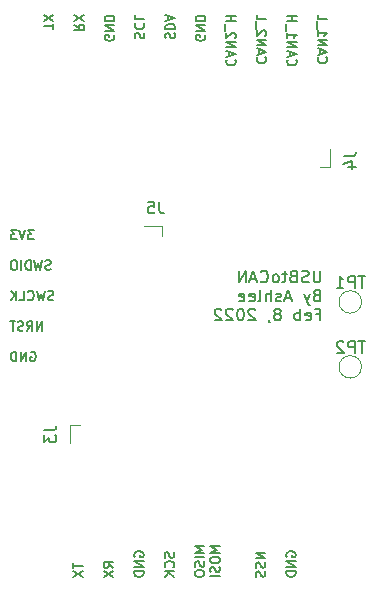
<source format=gbr>
%TF.GenerationSoftware,KiCad,Pcbnew,(6.0.1-0)*%
%TF.CreationDate,2022-02-09T14:27:11+08:00*%
%TF.ProjectId,usb_can,7573625f-6361-46e2-9e6b-696361645f70,rev?*%
%TF.SameCoordinates,Original*%
%TF.FileFunction,Legend,Bot*%
%TF.FilePolarity,Positive*%
%FSLAX46Y46*%
G04 Gerber Fmt 4.6, Leading zero omitted, Abs format (unit mm)*
G04 Created by KiCad (PCBNEW (6.0.1-0)) date 2022-02-09 14:27:11*
%MOMM*%
%LPD*%
G01*
G04 APERTURE LIST*
%ADD10C,0.150000*%
%ADD11C,0.120000*%
G04 APERTURE END LIST*
D10*
X90545904Y-127607261D02*
X90545904Y-128064404D01*
X91345904Y-127835833D02*
X90545904Y-127835833D01*
X90545904Y-128254880D02*
X91345904Y-128788214D01*
X90545904Y-128788214D02*
X91345904Y-128254880D01*
X93921904Y-127988214D02*
X93540952Y-127721547D01*
X93921904Y-127531071D02*
X93121904Y-127531071D01*
X93121904Y-127835833D01*
X93160000Y-127912023D01*
X93198095Y-127950119D01*
X93274285Y-127988214D01*
X93388571Y-127988214D01*
X93464761Y-127950119D01*
X93502857Y-127912023D01*
X93540952Y-127835833D01*
X93540952Y-127531071D01*
X93121904Y-128254880D02*
X93921904Y-128788214D01*
X93121904Y-128788214D02*
X93921904Y-128254880D01*
X95736000Y-127073928D02*
X95697904Y-126997738D01*
X95697904Y-126883452D01*
X95736000Y-126769166D01*
X95812190Y-126692976D01*
X95888380Y-126654880D01*
X96040761Y-126616785D01*
X96155047Y-126616785D01*
X96307428Y-126654880D01*
X96383619Y-126692976D01*
X96459809Y-126769166D01*
X96497904Y-126883452D01*
X96497904Y-126959642D01*
X96459809Y-127073928D01*
X96421714Y-127112023D01*
X96155047Y-127112023D01*
X96155047Y-126959642D01*
X96497904Y-127454880D02*
X95697904Y-127454880D01*
X96497904Y-127912023D01*
X95697904Y-127912023D01*
X96497904Y-128292976D02*
X95697904Y-128292976D01*
X95697904Y-128483452D01*
X95736000Y-128597738D01*
X95812190Y-128673928D01*
X95888380Y-128712023D01*
X96040761Y-128750119D01*
X96155047Y-128750119D01*
X96307428Y-128712023D01*
X96383619Y-128673928D01*
X96459809Y-128597738D01*
X96497904Y-128483452D01*
X96497904Y-128292976D01*
X99035809Y-126692976D02*
X99073904Y-126807261D01*
X99073904Y-126997738D01*
X99035809Y-127073928D01*
X98997714Y-127112023D01*
X98921523Y-127150119D01*
X98845333Y-127150119D01*
X98769142Y-127112023D01*
X98731047Y-127073928D01*
X98692952Y-126997738D01*
X98654857Y-126845357D01*
X98616761Y-126769166D01*
X98578666Y-126731071D01*
X98502476Y-126692976D01*
X98426285Y-126692976D01*
X98350095Y-126731071D01*
X98312000Y-126769166D01*
X98273904Y-126845357D01*
X98273904Y-127035833D01*
X98312000Y-127150119D01*
X98997714Y-127950119D02*
X99035809Y-127912023D01*
X99073904Y-127797738D01*
X99073904Y-127721547D01*
X99035809Y-127607261D01*
X98959619Y-127531071D01*
X98883428Y-127492976D01*
X98731047Y-127454880D01*
X98616761Y-127454880D01*
X98464380Y-127492976D01*
X98388190Y-127531071D01*
X98312000Y-127607261D01*
X98273904Y-127721547D01*
X98273904Y-127797738D01*
X98312000Y-127912023D01*
X98350095Y-127950119D01*
X99073904Y-128292976D02*
X98273904Y-128292976D01*
X99073904Y-128750119D02*
X98616761Y-128407261D01*
X98273904Y-128750119D02*
X98731047Y-128292976D01*
X101649904Y-126197738D02*
X100849904Y-126197738D01*
X101421333Y-126464404D01*
X100849904Y-126731071D01*
X101649904Y-126731071D01*
X101649904Y-127112023D02*
X100849904Y-127112023D01*
X101611809Y-127454880D02*
X101649904Y-127569166D01*
X101649904Y-127759642D01*
X101611809Y-127835833D01*
X101573714Y-127873928D01*
X101497523Y-127912023D01*
X101421333Y-127912023D01*
X101345142Y-127873928D01*
X101307047Y-127835833D01*
X101268952Y-127759642D01*
X101230857Y-127607261D01*
X101192761Y-127531071D01*
X101154666Y-127492976D01*
X101078476Y-127454880D01*
X101002285Y-127454880D01*
X100926095Y-127492976D01*
X100888000Y-127531071D01*
X100849904Y-127607261D01*
X100849904Y-127797738D01*
X100888000Y-127912023D01*
X100849904Y-128407261D02*
X100849904Y-128559642D01*
X100888000Y-128635833D01*
X100964190Y-128712023D01*
X101116571Y-128750119D01*
X101383238Y-128750119D01*
X101535619Y-128712023D01*
X101611809Y-128635833D01*
X101649904Y-128559642D01*
X101649904Y-128407261D01*
X101611809Y-128331071D01*
X101535619Y-128254880D01*
X101383238Y-128216785D01*
X101116571Y-128216785D01*
X100964190Y-128254880D01*
X100888000Y-128331071D01*
X100849904Y-128407261D01*
X102937904Y-126197738D02*
X102137904Y-126197738D01*
X102709333Y-126464404D01*
X102137904Y-126731071D01*
X102937904Y-126731071D01*
X102137904Y-127264404D02*
X102137904Y-127416785D01*
X102176000Y-127492976D01*
X102252190Y-127569166D01*
X102404571Y-127607261D01*
X102671238Y-127607261D01*
X102823619Y-127569166D01*
X102899809Y-127492976D01*
X102937904Y-127416785D01*
X102937904Y-127264404D01*
X102899809Y-127188214D01*
X102823619Y-127112023D01*
X102671238Y-127073928D01*
X102404571Y-127073928D01*
X102252190Y-127112023D01*
X102176000Y-127188214D01*
X102137904Y-127264404D01*
X102899809Y-127912023D02*
X102937904Y-128026309D01*
X102937904Y-128216785D01*
X102899809Y-128292976D01*
X102861714Y-128331071D01*
X102785523Y-128369166D01*
X102709333Y-128369166D01*
X102633142Y-128331071D01*
X102595047Y-128292976D01*
X102556952Y-128216785D01*
X102518857Y-128064404D01*
X102480761Y-127988214D01*
X102442666Y-127950119D01*
X102366476Y-127912023D01*
X102290285Y-127912023D01*
X102214095Y-127950119D01*
X102176000Y-127988214D01*
X102137904Y-128064404D01*
X102137904Y-128254880D01*
X102176000Y-128369166D01*
X102937904Y-128712023D02*
X102137904Y-128712023D01*
X106801904Y-126731071D02*
X106001904Y-126731071D01*
X106801904Y-127188214D01*
X106001904Y-127188214D01*
X106763809Y-127531071D02*
X106801904Y-127645357D01*
X106801904Y-127835833D01*
X106763809Y-127912023D01*
X106725714Y-127950119D01*
X106649523Y-127988214D01*
X106573333Y-127988214D01*
X106497142Y-127950119D01*
X106459047Y-127912023D01*
X106420952Y-127835833D01*
X106382857Y-127683452D01*
X106344761Y-127607261D01*
X106306666Y-127569166D01*
X106230476Y-127531071D01*
X106154285Y-127531071D01*
X106078095Y-127569166D01*
X106040000Y-127607261D01*
X106001904Y-127683452D01*
X106001904Y-127873928D01*
X106040000Y-127988214D01*
X106763809Y-128292976D02*
X106801904Y-128407261D01*
X106801904Y-128597738D01*
X106763809Y-128673928D01*
X106725714Y-128712023D01*
X106649523Y-128750119D01*
X106573333Y-128750119D01*
X106497142Y-128712023D01*
X106459047Y-128673928D01*
X106420952Y-128597738D01*
X106382857Y-128445357D01*
X106344761Y-128369166D01*
X106306666Y-128331071D01*
X106230476Y-128292976D01*
X106154285Y-128292976D01*
X106078095Y-128331071D01*
X106040000Y-128369166D01*
X106001904Y-128445357D01*
X106001904Y-128635833D01*
X106040000Y-128750119D01*
X108616000Y-127073928D02*
X108577904Y-126997738D01*
X108577904Y-126883452D01*
X108616000Y-126769166D01*
X108692190Y-126692976D01*
X108768380Y-126654880D01*
X108920761Y-126616785D01*
X109035047Y-126616785D01*
X109187428Y-126654880D01*
X109263619Y-126692976D01*
X109339809Y-126769166D01*
X109377904Y-126883452D01*
X109377904Y-126959642D01*
X109339809Y-127073928D01*
X109301714Y-127112023D01*
X109035047Y-127112023D01*
X109035047Y-126959642D01*
X109377904Y-127454880D02*
X108577904Y-127454880D01*
X109377904Y-127912023D01*
X108577904Y-127912023D01*
X109377904Y-128292976D02*
X108577904Y-128292976D01*
X108577904Y-128483452D01*
X108616000Y-128597738D01*
X108692190Y-128673928D01*
X108768380Y-128712023D01*
X108920761Y-128750119D01*
X109035047Y-128750119D01*
X109187428Y-128712023D01*
X109263619Y-128673928D01*
X109339809Y-128597738D01*
X109377904Y-128483452D01*
X109377904Y-128292976D01*
X111306285Y-84792738D02*
X111268190Y-84830833D01*
X111230095Y-84945119D01*
X111230095Y-85021309D01*
X111268190Y-85135595D01*
X111344380Y-85211785D01*
X111420571Y-85249880D01*
X111572952Y-85287976D01*
X111687238Y-85287976D01*
X111839619Y-85249880D01*
X111915809Y-85211785D01*
X111992000Y-85135595D01*
X112030095Y-85021309D01*
X112030095Y-84945119D01*
X111992000Y-84830833D01*
X111953904Y-84792738D01*
X111458666Y-84487976D02*
X111458666Y-84107023D01*
X111230095Y-84564166D02*
X112030095Y-84297500D01*
X111230095Y-84030833D01*
X111230095Y-83764166D02*
X112030095Y-83764166D01*
X111230095Y-83307023D01*
X112030095Y-83307023D01*
X111230095Y-82507023D02*
X111230095Y-82964166D01*
X111230095Y-82735595D02*
X112030095Y-82735595D01*
X111915809Y-82811785D01*
X111839619Y-82887976D01*
X111801523Y-82964166D01*
X111153904Y-82354642D02*
X111153904Y-81745119D01*
X111230095Y-81173690D02*
X111230095Y-81554642D01*
X112030095Y-81554642D01*
X108730285Y-84983214D02*
X108692190Y-85021309D01*
X108654095Y-85135595D01*
X108654095Y-85211785D01*
X108692190Y-85326071D01*
X108768380Y-85402261D01*
X108844571Y-85440357D01*
X108996952Y-85478452D01*
X109111238Y-85478452D01*
X109263619Y-85440357D01*
X109339809Y-85402261D01*
X109416000Y-85326071D01*
X109454095Y-85211785D01*
X109454095Y-85135595D01*
X109416000Y-85021309D01*
X109377904Y-84983214D01*
X108882666Y-84678452D02*
X108882666Y-84297500D01*
X108654095Y-84754642D02*
X109454095Y-84487976D01*
X108654095Y-84221309D01*
X108654095Y-83954642D02*
X109454095Y-83954642D01*
X108654095Y-83497500D01*
X109454095Y-83497500D01*
X108654095Y-82697500D02*
X108654095Y-83154642D01*
X108654095Y-82926071D02*
X109454095Y-82926071D01*
X109339809Y-83002261D01*
X109263619Y-83078452D01*
X109225523Y-83154642D01*
X108577904Y-82545119D02*
X108577904Y-81935595D01*
X108654095Y-81745119D02*
X109454095Y-81745119D01*
X109073142Y-81745119D02*
X109073142Y-81287976D01*
X108654095Y-81287976D02*
X109454095Y-81287976D01*
X106154285Y-84792738D02*
X106116190Y-84830833D01*
X106078095Y-84945119D01*
X106078095Y-85021309D01*
X106116190Y-85135595D01*
X106192380Y-85211785D01*
X106268571Y-85249880D01*
X106420952Y-85287976D01*
X106535238Y-85287976D01*
X106687619Y-85249880D01*
X106763809Y-85211785D01*
X106840000Y-85135595D01*
X106878095Y-85021309D01*
X106878095Y-84945119D01*
X106840000Y-84830833D01*
X106801904Y-84792738D01*
X106306666Y-84487976D02*
X106306666Y-84107023D01*
X106078095Y-84564166D02*
X106878095Y-84297500D01*
X106078095Y-84030833D01*
X106078095Y-83764166D02*
X106878095Y-83764166D01*
X106078095Y-83307023D01*
X106878095Y-83307023D01*
X106801904Y-82964166D02*
X106840000Y-82926071D01*
X106878095Y-82849880D01*
X106878095Y-82659404D01*
X106840000Y-82583214D01*
X106801904Y-82545119D01*
X106725714Y-82507023D01*
X106649523Y-82507023D01*
X106535238Y-82545119D01*
X106078095Y-83002261D01*
X106078095Y-82507023D01*
X106001904Y-82354642D02*
X106001904Y-81745119D01*
X106078095Y-81173690D02*
X106078095Y-81554642D01*
X106878095Y-81554642D01*
X103578285Y-84983214D02*
X103540190Y-85021309D01*
X103502095Y-85135595D01*
X103502095Y-85211785D01*
X103540190Y-85326071D01*
X103616380Y-85402261D01*
X103692571Y-85440357D01*
X103844952Y-85478452D01*
X103959238Y-85478452D01*
X104111619Y-85440357D01*
X104187809Y-85402261D01*
X104264000Y-85326071D01*
X104302095Y-85211785D01*
X104302095Y-85135595D01*
X104264000Y-85021309D01*
X104225904Y-84983214D01*
X103730666Y-84678452D02*
X103730666Y-84297500D01*
X103502095Y-84754642D02*
X104302095Y-84487976D01*
X103502095Y-84221309D01*
X103502095Y-83954642D02*
X104302095Y-83954642D01*
X103502095Y-83497500D01*
X104302095Y-83497500D01*
X104225904Y-83154642D02*
X104264000Y-83116547D01*
X104302095Y-83040357D01*
X104302095Y-82849880D01*
X104264000Y-82773690D01*
X104225904Y-82735595D01*
X104149714Y-82697500D01*
X104073523Y-82697500D01*
X103959238Y-82735595D01*
X103502095Y-83192738D01*
X103502095Y-82697500D01*
X103425904Y-82545119D02*
X103425904Y-81935595D01*
X103502095Y-81745119D02*
X104302095Y-81745119D01*
X103921142Y-81745119D02*
X103921142Y-81287976D01*
X103502095Y-81287976D02*
X104302095Y-81287976D01*
X101688000Y-82926071D02*
X101726095Y-83002261D01*
X101726095Y-83116547D01*
X101688000Y-83230833D01*
X101611809Y-83307023D01*
X101535619Y-83345119D01*
X101383238Y-83383214D01*
X101268952Y-83383214D01*
X101116571Y-83345119D01*
X101040380Y-83307023D01*
X100964190Y-83230833D01*
X100926095Y-83116547D01*
X100926095Y-83040357D01*
X100964190Y-82926071D01*
X101002285Y-82887976D01*
X101268952Y-82887976D01*
X101268952Y-83040357D01*
X100926095Y-82545119D02*
X101726095Y-82545119D01*
X100926095Y-82087976D01*
X101726095Y-82087976D01*
X100926095Y-81707023D02*
X101726095Y-81707023D01*
X101726095Y-81516547D01*
X101688000Y-81402261D01*
X101611809Y-81326071D01*
X101535619Y-81287976D01*
X101383238Y-81249880D01*
X101268952Y-81249880D01*
X101116571Y-81287976D01*
X101040380Y-81326071D01*
X100964190Y-81402261D01*
X100926095Y-81516547D01*
X100926095Y-81707023D01*
X98388190Y-83192738D02*
X98350095Y-83078452D01*
X98350095Y-82887976D01*
X98388190Y-82811785D01*
X98426285Y-82773690D01*
X98502476Y-82735595D01*
X98578666Y-82735595D01*
X98654857Y-82773690D01*
X98692952Y-82811785D01*
X98731047Y-82887976D01*
X98769142Y-83040357D01*
X98807238Y-83116547D01*
X98845333Y-83154642D01*
X98921523Y-83192738D01*
X98997714Y-83192738D01*
X99073904Y-83154642D01*
X99112000Y-83116547D01*
X99150095Y-83040357D01*
X99150095Y-82849880D01*
X99112000Y-82735595D01*
X98350095Y-82392738D02*
X99150095Y-82392738D01*
X99150095Y-82202261D01*
X99112000Y-82087976D01*
X99035809Y-82011785D01*
X98959619Y-81973690D01*
X98807238Y-81935595D01*
X98692952Y-81935595D01*
X98540571Y-81973690D01*
X98464380Y-82011785D01*
X98388190Y-82087976D01*
X98350095Y-82202261D01*
X98350095Y-82392738D01*
X98578666Y-81630833D02*
X98578666Y-81249880D01*
X98350095Y-81707023D02*
X99150095Y-81440357D01*
X98350095Y-81173690D01*
X95812190Y-83154642D02*
X95774095Y-83040357D01*
X95774095Y-82849880D01*
X95812190Y-82773690D01*
X95850285Y-82735595D01*
X95926476Y-82697500D01*
X96002666Y-82697500D01*
X96078857Y-82735595D01*
X96116952Y-82773690D01*
X96155047Y-82849880D01*
X96193142Y-83002261D01*
X96231238Y-83078452D01*
X96269333Y-83116547D01*
X96345523Y-83154642D01*
X96421714Y-83154642D01*
X96497904Y-83116547D01*
X96536000Y-83078452D01*
X96574095Y-83002261D01*
X96574095Y-82811785D01*
X96536000Y-82697500D01*
X95850285Y-81897500D02*
X95812190Y-81935595D01*
X95774095Y-82049880D01*
X95774095Y-82126071D01*
X95812190Y-82240357D01*
X95888380Y-82316547D01*
X95964571Y-82354642D01*
X96116952Y-82392738D01*
X96231238Y-82392738D01*
X96383619Y-82354642D01*
X96459809Y-82316547D01*
X96536000Y-82240357D01*
X96574095Y-82126071D01*
X96574095Y-82049880D01*
X96536000Y-81935595D01*
X96497904Y-81897500D01*
X95774095Y-81173690D02*
X95774095Y-81554642D01*
X96574095Y-81554642D01*
X93960000Y-82926071D02*
X93998095Y-83002261D01*
X93998095Y-83116547D01*
X93960000Y-83230833D01*
X93883809Y-83307023D01*
X93807619Y-83345119D01*
X93655238Y-83383214D01*
X93540952Y-83383214D01*
X93388571Y-83345119D01*
X93312380Y-83307023D01*
X93236190Y-83230833D01*
X93198095Y-83116547D01*
X93198095Y-83040357D01*
X93236190Y-82926071D01*
X93274285Y-82887976D01*
X93540952Y-82887976D01*
X93540952Y-83040357D01*
X93198095Y-82545119D02*
X93998095Y-82545119D01*
X93198095Y-82087976D01*
X93998095Y-82087976D01*
X93198095Y-81707023D02*
X93998095Y-81707023D01*
X93998095Y-81516547D01*
X93960000Y-81402261D01*
X93883809Y-81326071D01*
X93807619Y-81287976D01*
X93655238Y-81249880D01*
X93540952Y-81249880D01*
X93388571Y-81287976D01*
X93312380Y-81326071D01*
X93236190Y-81402261D01*
X93198095Y-81516547D01*
X93198095Y-81707023D01*
X90622095Y-82011785D02*
X91003047Y-82278452D01*
X90622095Y-82468928D02*
X91422095Y-82468928D01*
X91422095Y-82164166D01*
X91384000Y-82087976D01*
X91345904Y-82049880D01*
X91269714Y-82011785D01*
X91155428Y-82011785D01*
X91079238Y-82049880D01*
X91041142Y-82087976D01*
X91003047Y-82164166D01*
X91003047Y-82468928D01*
X91422095Y-81745119D02*
X90622095Y-81211785D01*
X91422095Y-81211785D02*
X90622095Y-81745119D01*
X88846095Y-82392738D02*
X88846095Y-81935595D01*
X88046095Y-82164166D02*
X88846095Y-82164166D01*
X88846095Y-81745119D02*
X88046095Y-81211785D01*
X88846095Y-81211785D02*
X88046095Y-81745119D01*
X111464404Y-102842380D02*
X111464404Y-103651904D01*
X111416785Y-103747142D01*
X111369166Y-103794761D01*
X111273928Y-103842380D01*
X111083452Y-103842380D01*
X110988214Y-103794761D01*
X110940595Y-103747142D01*
X110892976Y-103651904D01*
X110892976Y-102842380D01*
X110464404Y-103794761D02*
X110321547Y-103842380D01*
X110083452Y-103842380D01*
X109988214Y-103794761D01*
X109940595Y-103747142D01*
X109892976Y-103651904D01*
X109892976Y-103556666D01*
X109940595Y-103461428D01*
X109988214Y-103413809D01*
X110083452Y-103366190D01*
X110273928Y-103318571D01*
X110369166Y-103270952D01*
X110416785Y-103223333D01*
X110464404Y-103128095D01*
X110464404Y-103032857D01*
X110416785Y-102937619D01*
X110369166Y-102890000D01*
X110273928Y-102842380D01*
X110035833Y-102842380D01*
X109892976Y-102890000D01*
X109131071Y-103318571D02*
X108988214Y-103366190D01*
X108940595Y-103413809D01*
X108892976Y-103509047D01*
X108892976Y-103651904D01*
X108940595Y-103747142D01*
X108988214Y-103794761D01*
X109083452Y-103842380D01*
X109464404Y-103842380D01*
X109464404Y-102842380D01*
X109131071Y-102842380D01*
X109035833Y-102890000D01*
X108988214Y-102937619D01*
X108940595Y-103032857D01*
X108940595Y-103128095D01*
X108988214Y-103223333D01*
X109035833Y-103270952D01*
X109131071Y-103318571D01*
X109464404Y-103318571D01*
X108607261Y-103175714D02*
X108226309Y-103175714D01*
X108464404Y-102842380D02*
X108464404Y-103699523D01*
X108416785Y-103794761D01*
X108321547Y-103842380D01*
X108226309Y-103842380D01*
X107750119Y-103842380D02*
X107845357Y-103794761D01*
X107892976Y-103747142D01*
X107940595Y-103651904D01*
X107940595Y-103366190D01*
X107892976Y-103270952D01*
X107845357Y-103223333D01*
X107750119Y-103175714D01*
X107607261Y-103175714D01*
X107512023Y-103223333D01*
X107464404Y-103270952D01*
X107416785Y-103366190D01*
X107416785Y-103651904D01*
X107464404Y-103747142D01*
X107512023Y-103794761D01*
X107607261Y-103842380D01*
X107750119Y-103842380D01*
X106416785Y-103747142D02*
X106464404Y-103794761D01*
X106607261Y-103842380D01*
X106702500Y-103842380D01*
X106845357Y-103794761D01*
X106940595Y-103699523D01*
X106988214Y-103604285D01*
X107035833Y-103413809D01*
X107035833Y-103270952D01*
X106988214Y-103080476D01*
X106940595Y-102985238D01*
X106845357Y-102890000D01*
X106702500Y-102842380D01*
X106607261Y-102842380D01*
X106464404Y-102890000D01*
X106416785Y-102937619D01*
X106035833Y-103556666D02*
X105559642Y-103556666D01*
X106131071Y-103842380D02*
X105797738Y-102842380D01*
X105464404Y-103842380D01*
X105131071Y-103842380D02*
X105131071Y-102842380D01*
X104559642Y-103842380D01*
X104559642Y-102842380D01*
X111131071Y-104928571D02*
X110988214Y-104976190D01*
X110940595Y-105023809D01*
X110892976Y-105119047D01*
X110892976Y-105261904D01*
X110940595Y-105357142D01*
X110988214Y-105404761D01*
X111083452Y-105452380D01*
X111464404Y-105452380D01*
X111464404Y-104452380D01*
X111131071Y-104452380D01*
X111035833Y-104500000D01*
X110988214Y-104547619D01*
X110940595Y-104642857D01*
X110940595Y-104738095D01*
X110988214Y-104833333D01*
X111035833Y-104880952D01*
X111131071Y-104928571D01*
X111464404Y-104928571D01*
X110559642Y-104785714D02*
X110321547Y-105452380D01*
X110083452Y-104785714D02*
X110321547Y-105452380D01*
X110416785Y-105690476D01*
X110464404Y-105738095D01*
X110559642Y-105785714D01*
X108988214Y-105166666D02*
X108512023Y-105166666D01*
X109083452Y-105452380D02*
X108750119Y-104452380D01*
X108416785Y-105452380D01*
X108131071Y-105404761D02*
X108035833Y-105452380D01*
X107845357Y-105452380D01*
X107750119Y-105404761D01*
X107702500Y-105309523D01*
X107702500Y-105261904D01*
X107750119Y-105166666D01*
X107845357Y-105119047D01*
X107988214Y-105119047D01*
X108083452Y-105071428D01*
X108131071Y-104976190D01*
X108131071Y-104928571D01*
X108083452Y-104833333D01*
X107988214Y-104785714D01*
X107845357Y-104785714D01*
X107750119Y-104833333D01*
X107273928Y-105452380D02*
X107273928Y-104452380D01*
X106845357Y-105452380D02*
X106845357Y-104928571D01*
X106892976Y-104833333D01*
X106988214Y-104785714D01*
X107131071Y-104785714D01*
X107226309Y-104833333D01*
X107273928Y-104880952D01*
X106226309Y-105452380D02*
X106321547Y-105404761D01*
X106369166Y-105309523D01*
X106369166Y-104452380D01*
X105464404Y-105404761D02*
X105559642Y-105452380D01*
X105750119Y-105452380D01*
X105845357Y-105404761D01*
X105892976Y-105309523D01*
X105892976Y-104928571D01*
X105845357Y-104833333D01*
X105750119Y-104785714D01*
X105559642Y-104785714D01*
X105464404Y-104833333D01*
X105416785Y-104928571D01*
X105416785Y-105023809D01*
X105892976Y-105119047D01*
X104607261Y-105404761D02*
X104702500Y-105452380D01*
X104892976Y-105452380D01*
X104988214Y-105404761D01*
X105035833Y-105309523D01*
X105035833Y-104928571D01*
X104988214Y-104833333D01*
X104892976Y-104785714D01*
X104702500Y-104785714D01*
X104607261Y-104833333D01*
X104559642Y-104928571D01*
X104559642Y-105023809D01*
X105035833Y-105119047D01*
X111131071Y-106538571D02*
X111464404Y-106538571D01*
X111464404Y-107062380D02*
X111464404Y-106062380D01*
X110988214Y-106062380D01*
X110226309Y-107014761D02*
X110321547Y-107062380D01*
X110512023Y-107062380D01*
X110607261Y-107014761D01*
X110654880Y-106919523D01*
X110654880Y-106538571D01*
X110607261Y-106443333D01*
X110512023Y-106395714D01*
X110321547Y-106395714D01*
X110226309Y-106443333D01*
X110178690Y-106538571D01*
X110178690Y-106633809D01*
X110654880Y-106729047D01*
X109750119Y-107062380D02*
X109750119Y-106062380D01*
X109750119Y-106443333D02*
X109654880Y-106395714D01*
X109464404Y-106395714D01*
X109369166Y-106443333D01*
X109321547Y-106490952D01*
X109273928Y-106586190D01*
X109273928Y-106871904D01*
X109321547Y-106967142D01*
X109369166Y-107014761D01*
X109464404Y-107062380D01*
X109654880Y-107062380D01*
X109750119Y-107014761D01*
X107940595Y-106490952D02*
X108035833Y-106443333D01*
X108083452Y-106395714D01*
X108131071Y-106300476D01*
X108131071Y-106252857D01*
X108083452Y-106157619D01*
X108035833Y-106110000D01*
X107940595Y-106062380D01*
X107750119Y-106062380D01*
X107654880Y-106110000D01*
X107607261Y-106157619D01*
X107559642Y-106252857D01*
X107559642Y-106300476D01*
X107607261Y-106395714D01*
X107654880Y-106443333D01*
X107750119Y-106490952D01*
X107940595Y-106490952D01*
X108035833Y-106538571D01*
X108083452Y-106586190D01*
X108131071Y-106681428D01*
X108131071Y-106871904D01*
X108083452Y-106967142D01*
X108035833Y-107014761D01*
X107940595Y-107062380D01*
X107750119Y-107062380D01*
X107654880Y-107014761D01*
X107607261Y-106967142D01*
X107559642Y-106871904D01*
X107559642Y-106681428D01*
X107607261Y-106586190D01*
X107654880Y-106538571D01*
X107750119Y-106490952D01*
X107083452Y-107014761D02*
X107083452Y-107062380D01*
X107131071Y-107157619D01*
X107178690Y-107205238D01*
X105940595Y-106157619D02*
X105892976Y-106110000D01*
X105797738Y-106062380D01*
X105559642Y-106062380D01*
X105464404Y-106110000D01*
X105416785Y-106157619D01*
X105369166Y-106252857D01*
X105369166Y-106348095D01*
X105416785Y-106490952D01*
X105988214Y-107062380D01*
X105369166Y-107062380D01*
X104750119Y-106062380D02*
X104654880Y-106062380D01*
X104559642Y-106110000D01*
X104512023Y-106157619D01*
X104464404Y-106252857D01*
X104416785Y-106443333D01*
X104416785Y-106681428D01*
X104464404Y-106871904D01*
X104512023Y-106967142D01*
X104559642Y-107014761D01*
X104654880Y-107062380D01*
X104750119Y-107062380D01*
X104845357Y-107014761D01*
X104892976Y-106967142D01*
X104940595Y-106871904D01*
X104988214Y-106681428D01*
X104988214Y-106443333D01*
X104940595Y-106252857D01*
X104892976Y-106157619D01*
X104845357Y-106110000D01*
X104750119Y-106062380D01*
X104035833Y-106157619D02*
X103988214Y-106110000D01*
X103892976Y-106062380D01*
X103654880Y-106062380D01*
X103559642Y-106110000D01*
X103512023Y-106157619D01*
X103464404Y-106252857D01*
X103464404Y-106348095D01*
X103512023Y-106490952D01*
X104083452Y-107062380D01*
X103464404Y-107062380D01*
X103083452Y-106157619D02*
X103035833Y-106110000D01*
X102940595Y-106062380D01*
X102702500Y-106062380D01*
X102607261Y-106110000D01*
X102559642Y-106157619D01*
X102512023Y-106252857D01*
X102512023Y-106348095D01*
X102559642Y-106490952D01*
X103131071Y-107062380D01*
X102512023Y-107062380D01*
X87192738Y-99409904D02*
X86697500Y-99409904D01*
X86964166Y-99714666D01*
X86849880Y-99714666D01*
X86773690Y-99752761D01*
X86735595Y-99790857D01*
X86697500Y-99867047D01*
X86697500Y-100057523D01*
X86735595Y-100133714D01*
X86773690Y-100171809D01*
X86849880Y-100209904D01*
X87078452Y-100209904D01*
X87154642Y-100171809D01*
X87192738Y-100133714D01*
X86468928Y-99409904D02*
X86202261Y-100209904D01*
X85935595Y-99409904D01*
X85745119Y-99409904D02*
X85249880Y-99409904D01*
X85516547Y-99714666D01*
X85402261Y-99714666D01*
X85326071Y-99752761D01*
X85287976Y-99790857D01*
X85249880Y-99867047D01*
X85249880Y-100057523D01*
X85287976Y-100133714D01*
X85326071Y-100171809D01*
X85402261Y-100209904D01*
X85630833Y-100209904D01*
X85707023Y-100171809D01*
X85745119Y-100133714D01*
X88640357Y-102747809D02*
X88526071Y-102785904D01*
X88335595Y-102785904D01*
X88259404Y-102747809D01*
X88221309Y-102709714D01*
X88183214Y-102633523D01*
X88183214Y-102557333D01*
X88221309Y-102481142D01*
X88259404Y-102443047D01*
X88335595Y-102404952D01*
X88487976Y-102366857D01*
X88564166Y-102328761D01*
X88602261Y-102290666D01*
X88640357Y-102214476D01*
X88640357Y-102138285D01*
X88602261Y-102062095D01*
X88564166Y-102024000D01*
X88487976Y-101985904D01*
X88297500Y-101985904D01*
X88183214Y-102024000D01*
X87916547Y-101985904D02*
X87726071Y-102785904D01*
X87573690Y-102214476D01*
X87421309Y-102785904D01*
X87230833Y-101985904D01*
X86926071Y-102785904D02*
X86926071Y-101985904D01*
X86735595Y-101985904D01*
X86621309Y-102024000D01*
X86545119Y-102100190D01*
X86507023Y-102176380D01*
X86468928Y-102328761D01*
X86468928Y-102443047D01*
X86507023Y-102595428D01*
X86545119Y-102671619D01*
X86621309Y-102747809D01*
X86735595Y-102785904D01*
X86926071Y-102785904D01*
X86126071Y-102785904D02*
X86126071Y-101985904D01*
X85592738Y-101985904D02*
X85440357Y-101985904D01*
X85364166Y-102024000D01*
X85287976Y-102100190D01*
X85249880Y-102252571D01*
X85249880Y-102519238D01*
X85287976Y-102671619D01*
X85364166Y-102747809D01*
X85440357Y-102785904D01*
X85592738Y-102785904D01*
X85668928Y-102747809D01*
X85745119Y-102671619D01*
X85783214Y-102519238D01*
X85783214Y-102252571D01*
X85745119Y-102100190D01*
X85668928Y-102024000D01*
X85592738Y-101985904D01*
X88868928Y-105323809D02*
X88754642Y-105361904D01*
X88564166Y-105361904D01*
X88487976Y-105323809D01*
X88449880Y-105285714D01*
X88411785Y-105209523D01*
X88411785Y-105133333D01*
X88449880Y-105057142D01*
X88487976Y-105019047D01*
X88564166Y-104980952D01*
X88716547Y-104942857D01*
X88792738Y-104904761D01*
X88830833Y-104866666D01*
X88868928Y-104790476D01*
X88868928Y-104714285D01*
X88830833Y-104638095D01*
X88792738Y-104600000D01*
X88716547Y-104561904D01*
X88526071Y-104561904D01*
X88411785Y-104600000D01*
X88145119Y-104561904D02*
X87954642Y-105361904D01*
X87802261Y-104790476D01*
X87649880Y-105361904D01*
X87459404Y-104561904D01*
X86697500Y-105285714D02*
X86735595Y-105323809D01*
X86849880Y-105361904D01*
X86926071Y-105361904D01*
X87040357Y-105323809D01*
X87116547Y-105247619D01*
X87154642Y-105171428D01*
X87192738Y-105019047D01*
X87192738Y-104904761D01*
X87154642Y-104752380D01*
X87116547Y-104676190D01*
X87040357Y-104600000D01*
X86926071Y-104561904D01*
X86849880Y-104561904D01*
X86735595Y-104600000D01*
X86697500Y-104638095D01*
X85973690Y-105361904D02*
X86354642Y-105361904D01*
X86354642Y-104561904D01*
X85707023Y-105361904D02*
X85707023Y-104561904D01*
X85249880Y-105361904D02*
X85592738Y-104904761D01*
X85249880Y-104561904D02*
X85707023Y-105019047D01*
X87916547Y-107937904D02*
X87916547Y-107137904D01*
X87459404Y-107937904D01*
X87459404Y-107137904D01*
X86621309Y-107937904D02*
X86887976Y-107556952D01*
X87078452Y-107937904D02*
X87078452Y-107137904D01*
X86773690Y-107137904D01*
X86697500Y-107176000D01*
X86659404Y-107214095D01*
X86621309Y-107290285D01*
X86621309Y-107404571D01*
X86659404Y-107480761D01*
X86697500Y-107518857D01*
X86773690Y-107556952D01*
X87078452Y-107556952D01*
X86316547Y-107899809D02*
X86202261Y-107937904D01*
X86011785Y-107937904D01*
X85935595Y-107899809D01*
X85897500Y-107861714D01*
X85859404Y-107785523D01*
X85859404Y-107709333D01*
X85897500Y-107633142D01*
X85935595Y-107595047D01*
X86011785Y-107556952D01*
X86164166Y-107518857D01*
X86240357Y-107480761D01*
X86278452Y-107442666D01*
X86316547Y-107366476D01*
X86316547Y-107290285D01*
X86278452Y-107214095D01*
X86240357Y-107176000D01*
X86164166Y-107137904D01*
X85973690Y-107137904D01*
X85859404Y-107176000D01*
X85630833Y-107137904D02*
X85173690Y-107137904D01*
X85402261Y-107937904D02*
X85402261Y-107137904D01*
X86926071Y-109752000D02*
X87002261Y-109713904D01*
X87116547Y-109713904D01*
X87230833Y-109752000D01*
X87307023Y-109828190D01*
X87345119Y-109904380D01*
X87383214Y-110056761D01*
X87383214Y-110171047D01*
X87345119Y-110323428D01*
X87307023Y-110399619D01*
X87230833Y-110475809D01*
X87116547Y-110513904D01*
X87040357Y-110513904D01*
X86926071Y-110475809D01*
X86887976Y-110437714D01*
X86887976Y-110171047D01*
X87040357Y-110171047D01*
X86545119Y-110513904D02*
X86545119Y-109713904D01*
X86087976Y-110513904D01*
X86087976Y-109713904D01*
X85707023Y-110513904D02*
X85707023Y-109713904D01*
X85516547Y-109713904D01*
X85402261Y-109752000D01*
X85326071Y-109828190D01*
X85287976Y-109904380D01*
X85249880Y-110056761D01*
X85249880Y-110171047D01*
X85287976Y-110323428D01*
X85326071Y-110399619D01*
X85402261Y-110475809D01*
X85516547Y-110513904D01*
X85707023Y-110513904D01*
%TO.C,J4*%
X113452380Y-93166666D02*
X114166666Y-93166666D01*
X114309523Y-93119047D01*
X114404761Y-93023809D01*
X114452380Y-92880952D01*
X114452380Y-92785714D01*
X113785714Y-94071428D02*
X114452380Y-94071428D01*
X113404761Y-93833333D02*
X114119047Y-93595238D01*
X114119047Y-94214285D01*
%TO.C,TP1*%
X115261904Y-103302380D02*
X114690476Y-103302380D01*
X114976190Y-104302380D02*
X114976190Y-103302380D01*
X114357142Y-104302380D02*
X114357142Y-103302380D01*
X113976190Y-103302380D01*
X113880952Y-103350000D01*
X113833333Y-103397619D01*
X113785714Y-103492857D01*
X113785714Y-103635714D01*
X113833333Y-103730952D01*
X113880952Y-103778571D01*
X113976190Y-103826190D01*
X114357142Y-103826190D01*
X112833333Y-104302380D02*
X113404761Y-104302380D01*
X113119047Y-104302380D02*
X113119047Y-103302380D01*
X113214285Y-103445238D01*
X113309523Y-103540476D01*
X113404761Y-103588095D01*
%TO.C,TP2*%
X115261904Y-108804380D02*
X114690476Y-108804380D01*
X114976190Y-109804380D02*
X114976190Y-108804380D01*
X114357142Y-109804380D02*
X114357142Y-108804380D01*
X113976190Y-108804380D01*
X113880952Y-108852000D01*
X113833333Y-108899619D01*
X113785714Y-108994857D01*
X113785714Y-109137714D01*
X113833333Y-109232952D01*
X113880952Y-109280571D01*
X113976190Y-109328190D01*
X114357142Y-109328190D01*
X113404761Y-108899619D02*
X113357142Y-108852000D01*
X113261904Y-108804380D01*
X113023809Y-108804380D01*
X112928571Y-108852000D01*
X112880952Y-108899619D01*
X112833333Y-108994857D01*
X112833333Y-109090095D01*
X112880952Y-109232952D01*
X113452380Y-109804380D01*
X112833333Y-109804380D01*
%TO.C,J3*%
X88092380Y-116366666D02*
X88806666Y-116366666D01*
X88949523Y-116319047D01*
X89044761Y-116223809D01*
X89092380Y-116080952D01*
X89092380Y-115985714D01*
X88092380Y-116747619D02*
X88092380Y-117366666D01*
X88473333Y-117033333D01*
X88473333Y-117176190D01*
X88520952Y-117271428D01*
X88568571Y-117319047D01*
X88663809Y-117366666D01*
X88901904Y-117366666D01*
X88997142Y-117319047D01*
X89044761Y-117271428D01*
X89092380Y-117176190D01*
X89092380Y-116890476D01*
X89044761Y-116795238D01*
X88997142Y-116747619D01*
%TO.C,J5*%
X97833333Y-97002380D02*
X97833333Y-97716666D01*
X97880952Y-97859523D01*
X97976190Y-97954761D01*
X98119047Y-98002380D01*
X98214285Y-98002380D01*
X96880952Y-97002380D02*
X97357142Y-97002380D01*
X97404761Y-97478571D01*
X97357142Y-97430952D01*
X97261904Y-97383333D01*
X97023809Y-97383333D01*
X96928571Y-97430952D01*
X96880952Y-97478571D01*
X96833333Y-97573809D01*
X96833333Y-97811904D01*
X96880952Y-97907142D01*
X96928571Y-97954761D01*
X97023809Y-98002380D01*
X97261904Y-98002380D01*
X97357142Y-97954761D01*
X97404761Y-97907142D01*
D11*
%TO.C,J4*%
X112250000Y-94095000D02*
X112250000Y-92525000D01*
X111430000Y-94095000D02*
X112250000Y-94095000D01*
%TO.C,TP1*%
X114950000Y-105500000D02*
G75*
G03*
X114950000Y-105500000I-950000J0D01*
G01*
%TO.C,TP2*%
X114950000Y-111000000D02*
G75*
G03*
X114950000Y-111000000I-950000J0D01*
G01*
%TO.C,J3*%
X90290000Y-115905000D02*
X90290000Y-117475000D01*
X91110000Y-115905000D02*
X90290000Y-115905000D01*
%TO.C,J5*%
X98095000Y-99100000D02*
X96525000Y-99100000D01*
X98095000Y-99920000D02*
X98095000Y-99100000D01*
%TD*%
M02*

</source>
